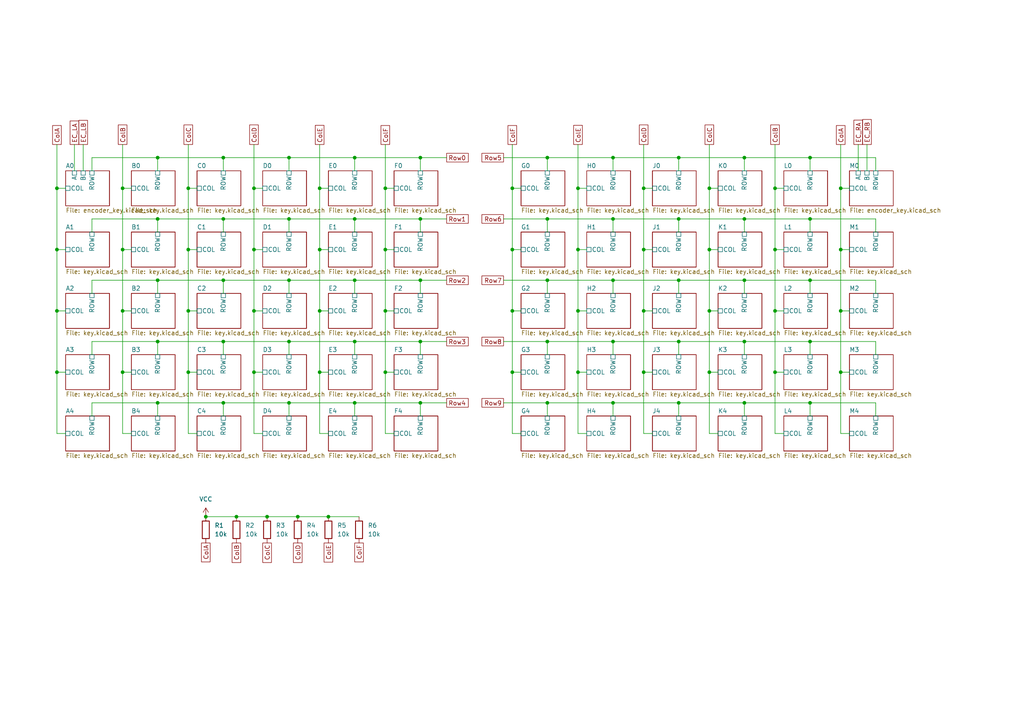
<source format=kicad_sch>
(kicad_sch (version 20211123) (generator eeschema)
  (paper "A4")
  (lib_symbols
    (symbol "Device:R" (pin_numbers hide) (pin_names (offset 0))
      (property "Reference" "R" (at 2.032 0 90))
      (property "Value" "R" (at 0 0 90))
      (symbol "R_0_1"
        (rectangle (start -1.016 -2.54) (end 1.016 2.54) (stroke (width 0.254)))
      )
      (symbol "R_1_1"
        (pin passive line (at 0 3.81 270) (length 1.27) (name "~") (number "1"))
        (pin passive line (at 0 -3.81 90) (length 1.27) (name "~") (number "2"))
      )
    )
    (symbol "power:VCC" (power) (pin_names (offset 0))
      (property "Value" "VCC" (at 0 3.81 0))
      (symbol "VCC_0_1"
        (polyline (pts (xy -0.762 1.27) (xy 0 2.54)))
        (polyline (pts (xy 0 0) (xy 0 2.54)))
        (polyline (pts (xy 0 2.54) (xy 0.762 1.27)))
      )
      (symbol "VCC_1_1"
        (pin power_in line (at 0 0 90) (length 0) hide (name "VCC") (number "1"))
      )
    )
  )
  (junction (at 243.84 54.61))
  (junction (at 224.79 72.39))
  (junction (at 16.51 107.95))
  (junction (at 121.92 99.06))
  (junction (at 54.61 90.17))
  (junction (at 186.69 90.17))
  (junction (at 73.66 54.61))
  (junction (at 54.61 72.39))
  (junction (at 158.75 45.72))
  (junction (at 111.76 72.39))
  (junction (at 92.71 90.17))
  (junction (at 64.77 99.06))
  (junction (at 234.95 116.84))
  (junction (at 167.64 72.39))
  (junction (at 177.8 116.84))
  (junction (at 196.85 45.72))
  (junction (at 243.84 72.39))
  (junction (at 54.61 54.61))
  (junction (at 45.72 116.84))
  (junction (at 167.64 107.95))
  (junction (at 45.72 81.28))
  (junction (at 102.87 45.72))
  (junction (at 148.59 72.39))
  (junction (at 121.92 81.28))
  (junction (at 224.79 90.17))
  (junction (at 158.75 116.84))
  (junction (at 177.8 99.06))
  (junction (at 83.82 63.5))
  (junction (at 92.71 54.61))
  (junction (at 148.59 90.17))
  (junction (at 83.82 45.72))
  (junction (at 224.79 54.61))
  (junction (at 102.87 81.28))
  (junction (at 64.77 81.28))
  (junction (at 45.72 99.06))
  (junction (at 16.51 54.61))
  (junction (at 45.72 45.72))
  (junction (at 234.95 63.5))
  (junction (at 196.85 63.5))
  (junction (at 16.51 90.17))
  (junction (at 73.66 72.39))
  (junction (at 54.61 107.95))
  (junction (at 215.9 99.06))
  (junction (at 186.69 72.39))
  (junction (at 35.56 90.17))
  (junction (at 205.74 54.61))
  (junction (at 102.87 116.84))
  (junction (at 224.79 107.95))
  (junction (at 83.82 116.84))
  (junction (at 215.9 116.84))
  (junction (at 73.66 90.17))
  (junction (at 35.56 107.95))
  (junction (at 102.87 99.06))
  (junction (at 167.64 54.61))
  (junction (at 59.69 149.86))
  (junction (at 86.36 149.86))
  (junction (at 234.95 81.28))
  (junction (at 177.8 81.28))
  (junction (at 92.71 107.95))
  (junction (at 64.77 63.5))
  (junction (at 243.84 90.17))
  (junction (at 121.92 116.84))
  (junction (at 16.51 72.39))
  (junction (at 111.76 54.61))
  (junction (at 64.77 116.84))
  (junction (at 234.95 45.72))
  (junction (at 196.85 81.28))
  (junction (at 243.84 107.95))
  (junction (at 196.85 116.84))
  (junction (at 148.59 107.95))
  (junction (at 45.72 63.5))
  (junction (at 73.66 107.95))
  (junction (at 158.75 63.5))
  (junction (at 35.56 54.61))
  (junction (at 177.8 63.5))
  (junction (at 148.59 54.61))
  (junction (at 205.74 107.95))
  (junction (at 95.25 149.86))
  (junction (at 111.76 90.17))
  (junction (at 205.74 72.39))
  (junction (at 215.9 81.28))
  (junction (at 205.74 90.17))
  (junction (at 215.9 45.72))
  (junction (at 102.87 63.5))
  (junction (at 186.69 54.61))
  (junction (at 83.82 99.06))
  (junction (at 121.92 45.72))
  (junction (at 186.69 107.95))
  (junction (at 177.8 45.72))
  (junction (at 83.82 81.28))
  (junction (at 121.92 63.5))
  (junction (at 68.58 149.86))
  (junction (at 196.85 99.06))
  (junction (at 77.47 149.86))
  (junction (at 64.77 45.72))
  (junction (at 158.75 81.28))
  (junction (at 92.71 72.39))
  (junction (at 234.95 99.06))
  (junction (at 215.9 63.5))
  (junction (at 158.75 99.06))
  (junction (at 35.56 72.39))
  (junction (at 167.64 90.17))
  (junction (at 111.76 107.95))
  (wire (pts (xy 45.72 63.5) (xy 45.72 67.31)))
  (wire (pts (xy 224.79 41.91) (xy 224.79 54.61)))
  (wire (pts (xy 196.85 99.06) (xy 215.9 99.06)))
  (wire (pts (xy 16.51 90.17) (xy 16.51 107.95)))
  (wire (pts (xy 158.75 81.28) (xy 177.8 81.28)))
  (wire (pts (xy 35.56 90.17) (xy 38.1 90.17)))
  (wire (pts (xy 234.95 63.5) (xy 234.95 67.31)))
  (wire (pts (xy 83.82 63.5) (xy 83.82 67.31)))
  (wire (pts (xy 102.87 116.84) (xy 121.92 116.84)))
  (wire (pts (xy 73.66 90.17) (xy 76.2 90.17)))
  (wire (pts (xy 177.8 99.06) (xy 196.85 99.06)))
  (wire (pts (xy 73.66 107.95) (xy 76.2 107.95)))
  (wire (pts (xy 64.77 45.72) (xy 83.82 45.72)))
  (wire (pts (xy 234.95 63.5) (xy 254 63.5)))
  (wire (pts (xy 57.15 54.61) (xy 54.61 54.61)))
  (wire (pts (xy 54.61 107.95) (xy 54.61 125.73)))
  (wire (pts (xy 45.72 116.84) (xy 45.72 120.65)))
  (wire (pts (xy 59.69 149.86) (xy 68.58 149.86)))
  (wire (pts (xy 224.79 90.17) (xy 224.79 107.95)))
  (wire (pts (xy 254 116.84) (xy 254 120.65)))
  (wire (pts (xy 26.67 63.5) (xy 26.67 67.31)))
  (wire (pts (xy 243.84 54.61) (xy 243.84 72.39)))
  (wire (pts (xy 234.95 45.72) (xy 234.95 49.53)))
  (wire (pts (xy 243.84 90.17) (xy 243.84 107.95)))
  (wire (pts (xy 167.64 72.39) (xy 167.64 90.17)))
  (wire (pts (xy 73.66 107.95) (xy 73.66 125.73)))
  (wire (pts (xy 186.69 107.95) (xy 186.69 125.73)))
  (wire (pts (xy 64.77 99.06) (xy 83.82 99.06)))
  (wire (pts (xy 102.87 99.06) (xy 121.92 99.06)))
  (wire (pts (xy 16.51 107.95) (xy 16.51 125.73)))
  (wire (pts (xy 111.76 90.17) (xy 111.76 107.95)))
  (wire (pts (xy 189.23 54.61) (xy 186.69 54.61)))
  (wire (pts (xy 234.95 45.72) (xy 254 45.72)))
  (wire (pts (xy 45.72 45.72) (xy 64.77 45.72)))
  (wire (pts (xy 177.8 63.5) (xy 177.8 67.31)))
  (wire (pts (xy 205.74 90.17) (xy 205.74 107.95)))
  (wire (pts (xy 224.79 90.17) (xy 227.33 90.17)))
  (wire (pts (xy 186.69 107.95) (xy 189.23 107.95)))
  (wire (pts (xy 167.64 125.73) (xy 170.18 125.73)))
  (wire (pts (xy 54.61 90.17) (xy 57.15 90.17)))
  (wire (pts (xy 16.51 54.61) (xy 16.51 72.39)))
  (wire (pts (xy 68.58 149.86) (xy 77.47 149.86)))
  (wire (pts (xy 148.59 107.95) (xy 151.13 107.95)))
  (wire (pts (xy 16.51 125.73) (xy 19.05 125.73)))
  (wire (pts (xy 158.75 45.72) (xy 177.8 45.72)))
  (wire (pts (xy 92.71 41.91) (xy 92.71 54.61)))
  (wire (pts (xy 146.05 81.28) (xy 158.75 81.28)))
  (wire (pts (xy 196.85 45.72) (xy 215.9 45.72)))
  (wire (pts (xy 64.77 116.84) (xy 64.77 120.65)))
  (wire (pts (xy 111.76 54.61) (xy 111.76 72.39)))
  (wire (pts (xy 64.77 99.06) (xy 64.77 102.87)))
  (wire (pts (xy 16.51 90.17) (xy 19.05 90.17)))
  (wire (pts (xy 16.51 107.95) (xy 19.05 107.95)))
  (wire (pts (xy 186.69 54.61) (xy 186.69 72.39)))
  (wire (pts (xy 64.77 81.28) (xy 83.82 81.28)))
  (wire (pts (xy 35.56 107.95) (xy 35.56 125.73)))
  (wire (pts (xy 151.13 54.61) (xy 148.59 54.61)))
  (wire (pts (xy 92.71 90.17) (xy 95.25 90.17)))
  (wire (pts (xy 121.92 116.84) (xy 121.92 120.65)))
  (wire (pts (xy 45.72 81.28) (xy 64.77 81.28)))
  (wire (pts (xy 215.9 45.72) (xy 215.9 49.53)))
  (wire (pts (xy 95.25 54.61) (xy 92.71 54.61)))
  (wire (pts (xy 26.67 99.06) (xy 45.72 99.06)))
  (wire (pts (xy 111.76 72.39) (xy 111.76 90.17)))
  (wire (pts (xy 243.84 72.39) (xy 246.38 72.39)))
  (wire (pts (xy 158.75 116.84) (xy 177.8 116.84)))
  (wire (pts (xy 121.92 63.5) (xy 129.54 63.5)))
  (wire (pts (xy 158.75 63.5) (xy 158.75 67.31)))
  (wire (pts (xy 26.67 45.72) (xy 26.67 49.53)))
  (wire (pts (xy 102.87 116.84) (xy 102.87 120.65)))
  (wire (pts (xy 177.8 116.84) (xy 177.8 120.65)))
  (wire (pts (xy 73.66 41.91) (xy 73.66 54.61)))
  (wire (pts (xy 148.59 41.91) (xy 148.59 54.61)))
  (wire (pts (xy 177.8 99.06) (xy 177.8 102.87)))
  (wire (pts (xy 26.67 63.5) (xy 45.72 63.5)))
  (wire (pts (xy 121.92 45.72) (xy 121.92 49.53)))
  (wire (pts (xy 45.72 81.28) (xy 45.72 85.09)))
  (wire (pts (xy 234.95 81.28) (xy 254 81.28)))
  (wire (pts (xy 111.76 125.73) (xy 114.3 125.73)))
  (wire (pts (xy 148.59 72.39) (xy 148.59 90.17)))
  (wire (pts (xy 254 45.72) (xy 254 49.53)))
  (wire (pts (xy 148.59 90.17) (xy 148.59 107.95)))
  (wire (pts (xy 246.38 54.61) (xy 243.84 54.61)))
  (wire (pts (xy 45.72 116.84) (xy 64.77 116.84)))
  (wire (pts (xy 114.3 54.61) (xy 111.76 54.61)))
  (wire (pts (xy 167.64 54.61) (xy 167.64 72.39)))
  (wire (pts (xy 243.84 90.17) (xy 246.38 90.17)))
  (wire (pts (xy 196.85 81.28) (xy 215.9 81.28)))
  (wire (pts (xy 205.74 41.91) (xy 205.74 54.61)))
  (wire (pts (xy 54.61 72.39) (xy 57.15 72.39)))
  (wire (pts (xy 21.59 41.91) (xy 21.59 49.53)))
  (wire (pts (xy 54.61 72.39) (xy 54.61 90.17)))
  (wire (pts (xy 205.74 72.39) (xy 208.28 72.39)))
  (wire (pts (xy 148.59 90.17) (xy 151.13 90.17)))
  (wire (pts (xy 243.84 72.39) (xy 243.84 90.17)))
  (wire (pts (xy 102.87 81.28) (xy 102.87 85.09)))
  (wire (pts (xy 35.56 72.39) (xy 38.1 72.39)))
  (wire (pts (xy 45.72 45.72) (xy 45.72 49.53)))
  (wire (pts (xy 167.64 107.95) (xy 167.64 125.73)))
  (wire (pts (xy 64.77 63.5) (xy 64.77 67.31)))
  (wire (pts (xy 38.1 54.61) (xy 35.56 54.61)))
  (wire (pts (xy 170.18 54.61) (xy 167.64 54.61)))
  (wire (pts (xy 215.9 99.06) (xy 234.95 99.06)))
  (wire (pts (xy 26.67 45.72) (xy 45.72 45.72)))
  (wire (pts (xy 121.92 81.28) (xy 129.54 81.28)))
  (wire (pts (xy 92.71 107.95) (xy 92.71 125.73)))
  (wire (pts (xy 121.92 99.06) (xy 129.54 99.06)))
  (wire (pts (xy 19.05 54.61) (xy 16.51 54.61)))
  (wire (pts (xy 35.56 90.17) (xy 35.56 107.95)))
  (wire (pts (xy 234.95 81.28) (xy 234.95 85.09)))
  (wire (pts (xy 158.75 99.06) (xy 158.75 102.87)))
  (wire (pts (xy 121.92 99.06) (xy 121.92 102.87)))
  (wire (pts (xy 121.92 116.84) (xy 129.54 116.84)))
  (wire (pts (xy 16.51 72.39) (xy 16.51 90.17)))
  (wire (pts (xy 215.9 81.28) (xy 234.95 81.28)))
  (wire (pts (xy 102.87 45.72) (xy 102.87 49.53)))
  (wire (pts (xy 158.75 81.28) (xy 158.75 85.09)))
  (wire (pts (xy 54.61 90.17) (xy 54.61 107.95)))
  (wire (pts (xy 196.85 116.84) (xy 196.85 120.65)))
  (wire (pts (xy 146.05 45.72) (xy 158.75 45.72)))
  (wire (pts (xy 205.74 90.17) (xy 208.28 90.17)))
  (wire (pts (xy 111.76 72.39) (xy 114.3 72.39)))
  (wire (pts (xy 64.77 116.84) (xy 83.82 116.84)))
  (wire (pts (xy 177.8 116.84) (xy 196.85 116.84)))
  (wire (pts (xy 16.51 72.39) (xy 19.05 72.39)))
  (wire (pts (xy 186.69 72.39) (xy 189.23 72.39)))
  (wire (pts (xy 64.77 63.5) (xy 83.82 63.5)))
  (wire (pts (xy 102.87 45.72) (xy 121.92 45.72)))
  (wire (pts (xy 54.61 54.61) (xy 54.61 72.39)))
  (wire (pts (xy 26.67 99.06) (xy 26.67 102.87)))
  (wire (pts (xy 158.75 63.5) (xy 177.8 63.5)))
  (wire (pts (xy 254 81.28) (xy 254 85.09)))
  (wire (pts (xy 92.71 125.73) (xy 95.25 125.73)))
  (wire (pts (xy 45.72 99.06) (xy 45.72 102.87)))
  (wire (pts (xy 111.76 107.95) (xy 111.76 125.73)))
  (wire (pts (xy 86.36 149.86) (xy 95.25 149.86)))
  (wire (pts (xy 177.8 81.28) (xy 177.8 85.09)))
  (wire (pts (xy 234.95 116.84) (xy 234.95 120.65)))
  (wire (pts (xy 83.82 45.72) (xy 102.87 45.72)))
  (wire (pts (xy 92.71 54.61) (xy 92.71 72.39)))
  (wire (pts (xy 167.64 90.17) (xy 167.64 107.95)))
  (wire (pts (xy 111.76 90.17) (xy 114.3 90.17)))
  (wire (pts (xy 167.64 107.95) (xy 170.18 107.95)))
  (wire (pts (xy 26.67 81.28) (xy 45.72 81.28)))
  (wire (pts (xy 111.76 41.91) (xy 111.76 54.61)))
  (wire (pts (xy 243.84 107.95) (xy 246.38 107.95)))
  (wire (pts (xy 73.66 125.73) (xy 76.2 125.73)))
  (wire (pts (xy 186.69 90.17) (xy 189.23 90.17)))
  (wire (pts (xy 167.64 72.39) (xy 170.18 72.39)))
  (wire (pts (xy 121.92 81.28) (xy 121.92 85.09)))
  (wire (pts (xy 243.84 107.95) (xy 243.84 125.73)))
  (wire (pts (xy 35.56 125.73) (xy 38.1 125.73)))
  (wire (pts (xy 26.67 81.28) (xy 26.67 85.09)))
  (wire (pts (xy 224.79 72.39) (xy 224.79 90.17)))
  (wire (pts (xy 196.85 99.06) (xy 196.85 102.87)))
  (wire (pts (xy 35.56 54.61) (xy 35.56 72.39)))
  (wire (pts (xy 177.8 81.28) (xy 196.85 81.28)))
  (wire (pts (xy 73.66 72.39) (xy 73.66 90.17)))
  (wire (pts (xy 158.75 99.06) (xy 177.8 99.06)))
  (wire (pts (xy 208.28 54.61) (xy 205.74 54.61)))
  (wire (pts (xy 146.05 63.5) (xy 158.75 63.5)))
  (wire (pts (xy 54.61 125.73) (xy 57.15 125.73)))
  (wire (pts (xy 205.74 125.73) (xy 208.28 125.73)))
  (wire (pts (xy 215.9 63.5) (xy 234.95 63.5)))
  (wire (pts (xy 76.2 54.61) (xy 73.66 54.61)))
  (wire (pts (xy 186.69 90.17) (xy 186.69 107.95)))
  (wire (pts (xy 83.82 81.28) (xy 102.87 81.28)))
  (wire (pts (xy 186.69 125.73) (xy 189.23 125.73)))
  (wire (pts (xy 83.82 81.28) (xy 83.82 85.09)))
  (wire (pts (xy 35.56 72.39) (xy 35.56 90.17)))
  (wire (pts (xy 251.46 41.91) (xy 251.46 49.53)))
  (wire (pts (xy 102.87 81.28) (xy 121.92 81.28)))
  (wire (pts (xy 73.66 72.39) (xy 76.2 72.39)))
  (wire (pts (xy 73.66 90.17) (xy 73.66 107.95)))
  (wire (pts (xy 224.79 54.61) (xy 224.79 72.39)))
  (wire (pts (xy 196.85 63.5) (xy 196.85 67.31)))
  (wire (pts (xy 158.75 116.84) (xy 158.75 120.65)))
  (wire (pts (xy 224.79 125.73) (xy 227.33 125.73)))
  (wire (pts (xy 111.76 107.95) (xy 114.3 107.95)))
  (wire (pts (xy 83.82 45.72) (xy 83.82 49.53)))
  (wire (pts (xy 83.82 99.06) (xy 83.82 102.87)))
  (wire (pts (xy 146.05 99.06) (xy 158.75 99.06)))
  (wire (pts (xy 54.61 41.91) (xy 54.61 54.61)))
  (wire (pts (xy 177.8 45.72) (xy 177.8 49.53)))
  (wire (pts (xy 64.77 45.72) (xy 64.77 49.53)))
  (wire (pts (xy 177.8 63.5) (xy 196.85 63.5)))
  (wire (pts (xy 26.67 116.84) (xy 45.72 116.84)))
  (wire (pts (xy 35.56 107.95) (xy 38.1 107.95)))
  (wire (pts (xy 196.85 81.28) (xy 196.85 85.09)))
  (wire (pts (xy 215.9 99.06) (xy 215.9 102.87)))
  (wire (pts (xy 92.71 90.17) (xy 92.71 107.95)))
  (wire (pts (xy 205.74 107.95) (xy 205.74 125.73)))
  (wire (pts (xy 167.64 90.17) (xy 170.18 90.17)))
  (wire (pts (xy 83.82 116.84) (xy 102.87 116.84)))
  (wire (pts (xy 224.79 72.39) (xy 227.33 72.39)))
  (wire (pts (xy 205.74 107.95) (xy 208.28 107.95)))
  (wire (pts (xy 196.85 45.72) (xy 196.85 49.53)))
  (wire (pts (xy 254 63.5) (xy 254 67.31)))
  (wire (pts (xy 148.59 54.61) (xy 148.59 72.39)))
  (wire (pts (xy 95.25 149.86) (xy 104.14 149.86)))
  (wire (pts (xy 77.47 149.86) (xy 86.36 149.86)))
  (wire (pts (xy 215.9 63.5) (xy 215.9 67.31)))
  (wire (pts (xy 158.75 45.72) (xy 158.75 49.53)))
  (wire (pts (xy 45.72 63.5) (xy 64.77 63.5)))
  (wire (pts (xy 167.64 41.91) (xy 167.64 54.61)))
  (wire (pts (xy 24.13 41.91) (xy 24.13 49.53)))
  (wire (pts (xy 16.51 41.91) (xy 16.51 54.61)))
  (wire (pts (xy 186.69 41.91) (xy 186.69 54.61)))
  (wire (pts (xy 243.84 41.91) (xy 243.84 54.61)))
  (wire (pts (xy 215.9 116.84) (xy 215.9 120.65)))
  (wire (pts (xy 234.95 99.06) (xy 234.95 102.87)))
  (wire (pts (xy 205.74 72.39) (xy 205.74 90.17)))
  (wire (pts (xy 248.92 41.91) (xy 248.92 49.53)))
  (wire (pts (xy 196.85 63.5) (xy 215.9 63.5)))
  (wire (pts (xy 186.69 72.39) (xy 186.69 90.17)))
  (wire (pts (xy 234.95 99.06) (xy 254 99.06)))
  (wire (pts (xy 26.67 116.84) (xy 26.67 120.65)))
  (wire (pts (xy 234.95 116.84) (xy 254 116.84)))
  (wire (pts (xy 92.71 72.39) (xy 95.25 72.39)))
  (wire (pts (xy 83.82 63.5) (xy 102.87 63.5)))
  (wire (pts (xy 224.79 107.95) (xy 224.79 125.73)))
  (wire (pts (xy 146.05 116.84) (xy 158.75 116.84)))
  (wire (pts (xy 205.74 54.61) (xy 205.74 72.39)))
  (wire (pts (xy 224.79 107.95) (xy 227.33 107.95)))
  (wire (pts (xy 92.71 107.95) (xy 95.25 107.95)))
  (wire (pts (xy 54.61 107.95) (xy 57.15 107.95)))
  (wire (pts (xy 148.59 107.95) (xy 148.59 125.73)))
  (wire (pts (xy 83.82 99.06) (xy 102.87 99.06)))
  (wire (pts (xy 227.33 54.61) (xy 224.79 54.61)))
  (wire (pts (xy 254 99.06) (xy 254 102.87)))
  (wire (pts (xy 92.71 72.39) (xy 92.71 90.17)))
  (wire (pts (xy 148.59 72.39) (xy 151.13 72.39)))
  (wire (pts (xy 148.59 125.73) (xy 151.13 125.73)))
  (wire (pts (xy 121.92 63.5) (xy 121.92 67.31)))
  (wire (pts (xy 215.9 116.84) (xy 234.95 116.84)))
  (wire (pts (xy 102.87 63.5) (xy 121.92 63.5)))
  (wire (pts (xy 121.92 45.72) (xy 129.54 45.72)))
  (wire (pts (xy 196.85 116.84) (xy 215.9 116.84)))
  (wire (pts (xy 102.87 63.5) (xy 102.87 67.31)))
  (wire (pts (xy 83.82 116.84) (xy 83.82 120.65)))
  (wire (pts (xy 102.87 99.06) (xy 102.87 102.87)))
  (wire (pts (xy 177.8 45.72) (xy 196.85 45.72)))
  (wire (pts (xy 215.9 81.28) (xy 215.9 85.09)))
  (wire (pts (xy 215.9 45.72) (xy 234.95 45.72)))
  (wire (pts (xy 45.72 99.06) (xy 64.77 99.06)))
  (wire (pts (xy 73.66 54.61) (xy 73.66 72.39)))
  (wire (pts (xy 243.84 125.73) (xy 246.38 125.73)))
  (wire (pts (xy 35.56 41.91) (xy 35.56 54.61)))
  (wire (pts (xy 64.77 81.28) (xy 64.77 85.09)))
  (global_label "Row6" (shape passive) (at 146.05 63.5 180) (property "Intersheet References" "${INTERSHEET_REFS}" (effects hide)))
  (global_label "ColD" (shape passive) (at 73.66 41.91 90) (property "Intersheet References" "${INTERSHEET_REFS}" (effects hide)))
  (global_label "Row9" (shape passive) (at 146.05 116.84 180) (property "Intersheet References" "${INTERSHEET_REFS}" (effects hide)))
  (global_label "ColD" (shape passive) (at 86.36 157.48 270) (property "Intersheet References" "${INTERSHEET_REFS}" (effects hide)))
  (global_label "ColD" (shape passive) (at 186.69 41.91 90) (property "Intersheet References" "${INTERSHEET_REFS}" (effects hide)))
  (global_label "EC_RA" (shape passive) (at 248.92 41.91 90) (property "Intersheet References" "${INTERSHEET_REFS}" (effects hide)))
  (global_label "Row0" (shape passive) (at 129.54 45.72 0) (property "Intersheet References" "${INTERSHEET_REFS}" (effects hide)))
  (global_label "ColC" (shape passive) (at 205.74 41.91 90) (property "Intersheet References" "${INTERSHEET_REFS}" (effects hide)))
  (global_label "ColC" (shape passive) (at 77.47 157.48 270) (property "Intersheet References" "${INTERSHEET_REFS}" (effects hide)))
  (global_label "Row1" (shape passive) (at 129.54 63.5 0) (property "Intersheet References" "${INTERSHEET_REFS}" (effects hide)))
  (global_label "ColA" (shape passive) (at 243.84 41.91 90) (property "Intersheet References" "${INTERSHEET_REFS}" (effects hide)))
  (global_label "Row2" (shape passive) (at 129.54 81.28 0) (property "Intersheet References" "${INTERSHEET_REFS}" (effects hide)))
  (global_label "ColE" (shape passive) (at 92.71 41.91 90) (property "Intersheet References" "${INTERSHEET_REFS}" (effects hide)))
  (global_label "Row7" (shape passive) (at 146.05 81.28 180) (property "Intersheet References" "${INTERSHEET_REFS}" (effects hide)))
  (global_label "ColF" (shape passive) (at 104.14 157.48 270) (property "Intersheet References" "${INTERSHEET_REFS}" (effects hide)))
  (global_label "Row4" (shape passive) (at 129.54 116.84 0) (property "Intersheet References" "${INTERSHEET_REFS}" (effects hide)))
  (global_label "ColF" (shape passive) (at 111.76 41.91 90) (property "Intersheet References" "${INTERSHEET_REFS}" (effects hide)))
  (global_label "ColB" (shape passive) (at 35.56 41.91 90) (property "Intersheet References" "${INTERSHEET_REFS}" (effects hide)))
  (global_label "EC_LB" (shape passive) (at 24.13 41.91 90) (property "Intersheet References" "${INTERSHEET_REFS}" (effects hide)))
  (global_label "ColE" (shape passive) (at 95.25 157.48 270) (property "Intersheet References" "${INTERSHEET_REFS}" (effects hide)))
  (global_label "Row3" (shape passive) (at 129.54 99.06 0) (property "Intersheet References" "${INTERSHEET_REFS}" (effects hide)))
  (global_label "ColA" (shape passive) (at 16.51 41.91 90) (property "Intersheet References" "${INTERSHEET_REFS}" (effects hide)))
  (global_label "ColB" (shape passive) (at 224.79 41.91 90) (property "Intersheet References" "${INTERSHEET_REFS}" (effects hide)))
  (global_label "Row8" (shape passive) (at 146.05 99.06 180) (property "Intersheet References" "${INTERSHEET_REFS}" (effects hide)))
  (global_label "ColC" (shape passive) (at 54.61 41.91 90) (property "Intersheet References" "${INTERSHEET_REFS}" (effects hide)))
  (global_label "EC_RB" (shape passive) (at 251.46 41.91 90) (property "Intersheet References" "${INTERSHEET_REFS}" (effects hide)))
  (global_label "ColE" (shape passive) (at 167.64 41.91 90) (property "Intersheet References" "${INTERSHEET_REFS}" (effects hide)))
  (global_label "ColF" (shape passive) (at 148.59 41.91 90) (property "Intersheet References" "${INTERSHEET_REFS}" (effects hide)))
  (global_label "Row5" (shape passive) (at 146.05 45.72 180) (property "Intersheet References" "${INTERSHEET_REFS}" (effects hide)))
  (global_label "ColA" (shape passive) (at 59.69 157.48 270) (property "Intersheet References" "${INTERSHEET_REFS}" (effects hide)))
  (global_label "EC_LA" (shape passive) (at 21.59 41.91 90) (property "Intersheet References" "${INTERSHEET_REFS}" (effects hide)))
  (global_label "ColB" (shape passive) (at 68.58 157.48 270) (property "Intersheet References" "${INTERSHEET_REFS}" (effects hide)))
  (symbol (lib_id "power:VCC") (at 59.69 149.86 0) (unit 1)
    (property "Reference" "#PWR0101" (effects hide))
    (property "Value" "VCC" (at 59.69 144.78 0))
  )
  (symbol (lib_id "Device:R") (at 104.14 153.67 0) (unit 1)
    (property "Reference" "R6" (at 106.68 152.4 0) (effects (justify left)))
    (property "Value" "10k" (at 106.68 154.94 0) (effects (justify left)))
    (property "Footprint" "agausmann:R_Hybrid_SMD_THT" (effects hide))
  )
  (symbol (lib_id "Device:R") (at 95.25 153.67 0) (unit 1)
    (property "Reference" "R5" (at 97.79 152.4 0) (effects (justify left)))
    (property "Value" "10k" (at 97.79 154.94 0) (effects (justify left)))
    (property "Footprint" "agausmann:R_Hybrid_SMD_THT" (effects hide))
  )
  (symbol (lib_id "Device:R") (at 77.47 153.67 0) (unit 1)
    (property "Reference" "R3" (at 80.01 152.4 0) (effects (justify left)))
    (property "Value" "10k" (at 80.01 154.94 0) (effects (justify left)))
    (property "Footprint" "agausmann:R_Hybrid_SMD_THT" (effects hide))
  )
  (symbol (lib_id "Device:R") (at 68.58 153.67 0) (unit 1)
    (property "Reference" "R2" (at 71.12 152.4 0) (effects (justify left)))
    (property "Value" "10k" (at 71.12 154.94 0) (effects (justify left)))
    (property "Footprint" "agausmann:R_Hybrid_SMD_THT" (effects hide))
  )
  (symbol (lib_id "Device:R") (at 59.69 153.67 0) (unit 1)
    (property "Reference" "R1" (at 62.23 152.4 0) (effects (justify left)))
    (property "Value" "10k" (at 62.23 154.94 0) (effects (justify left)))
    (property "Footprint" "agausmann:R_Hybrid_SMD_THT" (effects hide))
  )
  (symbol (lib_id "Device:R") (at 86.36 153.67 0) (unit 1)
    (property "Reference" "R4" (at 88.9 152.4 0) (effects (justify left)))
    (property "Value" "10k" (at 88.9 154.94 0) (effects (justify left)))
    (property "Footprint" "agausmann:R_Hybrid_SMD_THT" (effects hide))
  )
  (sheet (at 95.25 49.53) (size 12.7 10.16) (stroke (width 0.1524))
    (property "Sheet name" "E0" (at 95.25 48.8184 0) (effects (justify left bottom)))
    (property "Sheet file" "key.kicad_sch" (at 95.25 60.2746 0) (effects (justify left top)))
    (pin "COL" passive (at 95.25 54.61 180))
    (pin "ROW" passive (at 102.87 49.53 90))
  )
  (sheet (at 189.23 85.09) (size 12.7 10.16) (stroke (width 0.1524))
    (property "Sheet name" "J2" (at 189.23 84.3784 0) (effects (justify left bottom)))
    (property "Sheet file" "key.kicad_sch" (at 189.23 95.8346 0) (effects (justify left top)))
    (pin "COL" passive (at 189.23 90.17 180))
    (pin "ROW" passive (at 196.85 85.09 90))
  )
  (sheet (at 208.28 102.87) (size 12.7 10.16) (stroke (width 0.1524))
    (property "Sheet name" "K3" (at 208.28 102.1584 0) (effects (justify left bottom)))
    (property "Sheet file" "key.kicad_sch" (at 208.28 113.6146 0) (effects (justify left top)))
    (pin "COL" passive (at 208.28 107.95 180))
    (pin "ROW" passive (at 215.9 102.87 90))
  )
  (sheet (at 246.38 85.09) (size 12.7 10.16) (stroke (width 0.1524))
    (property "Sheet name" "M2" (at 246.38 84.3784 0) (effects (justify left bottom)))
    (property "Sheet file" "key.kicad_sch" (at 246.38 95.8346 0) (effects (justify left top)))
    (pin "COL" passive (at 246.38 90.17 180))
    (pin "ROW" passive (at 254 85.09 90))
  )
  (sheet (at 189.23 120.65) (size 12.7 10.16) (stroke (width 0.1524))
    (property "Sheet name" "J4" (at 189.23 119.9384 0) (effects (justify left bottom)))
    (property "Sheet file" "key.kicad_sch" (at 189.23 131.3946 0) (effects (justify left top)))
    (pin "COL" passive (at 189.23 125.73 180))
    (pin "ROW" passive (at 196.85 120.65 90))
  )
  (sheet (at 227.33 102.87) (size 12.7 10.16) (stroke (width 0.1524))
    (property "Sheet name" "L3" (at 227.33 102.1584 0) (effects (justify left bottom)))
    (property "Sheet file" "key.kicad_sch" (at 227.33 113.6146 0) (effects (justify left top)))
    (pin "COL" passive (at 227.33 107.95 180))
    (pin "ROW" passive (at 234.95 102.87 90))
  )
  (sheet (at 57.15 120.65) (size 12.7 10.16) (stroke (width 0.1524))
    (property "Sheet name" "C4" (at 57.15 119.9384 0) (effects (justify left bottom)))
    (property "Sheet file" "key.kicad_sch" (at 57.15 131.3946 0) (effects (justify left top)))
    (pin "COL" passive (at 57.15 125.73 180))
    (pin "ROW" passive (at 64.77 120.65 90))
  )
  (sheet (at 170.18 102.87) (size 12.7 10.16) (stroke (width 0.1524))
    (property "Sheet name" "H3" (at 170.18 102.1584 0) (effects (justify left bottom)))
    (property "Sheet file" "key.kicad_sch" (at 170.18 113.6146 0) (effects (justify left top)))
    (pin "COL" passive (at 170.18 107.95 180))
    (pin "ROW" passive (at 177.8 102.87 90))
  )
  (sheet (at 57.15 102.87) (size 12.7 10.16) (stroke (width 0.1524))
    (property "Sheet name" "C3" (at 57.15 102.1584 0) (effects (justify left bottom)))
    (property "Sheet file" "key.kicad_sch" (at 57.15 113.6146 0) (effects (justify left top)))
    (pin "COL" passive (at 57.15 107.95 180))
    (pin "ROW" passive (at 64.77 102.87 90))
  )
  (sheet (at 114.3 120.65) (size 12.7 10.16) (stroke (width 0.1524))
    (property "Sheet name" "F4" (at 114.3 119.9384 0) (effects (justify left bottom)))
    (property "Sheet file" "key.kicad_sch" (at 114.3 131.3946 0) (effects (justify left top)))
    (pin "COL" passive (at 114.3 125.73 180))
    (pin "ROW" passive (at 121.92 120.65 90))
  )
  (sheet (at 76.2 85.09) (size 12.7 10.16) (stroke (width 0.1524))
    (property "Sheet name" "D2" (at 76.2 84.3784 0) (effects (justify left bottom)))
    (property "Sheet file" "key.kicad_sch" (at 76.2 95.8346 0) (effects (justify left top)))
    (pin "COL" passive (at 76.2 90.17 180))
    (pin "ROW" passive (at 83.82 85.09 90))
  )
  (sheet (at 208.28 120.65) (size 12.7 10.16) (stroke (width 0.1524))
    (property "Sheet name" "K4" (at 208.28 119.9384 0) (effects (justify left bottom)))
    (property "Sheet file" "key.kicad_sch" (at 208.28 131.3946 0) (effects (justify left top)))
    (pin "COL" passive (at 208.28 125.73 180))
    (pin "ROW" passive (at 215.9 120.65 90))
  )
  (sheet (at 95.25 120.65) (size 12.7 10.16) (stroke (width 0.1524))
    (property "Sheet name" "E4" (at 95.25 119.9384 0) (effects (justify left bottom)))
    (property "Sheet file" "key.kicad_sch" (at 95.25 131.3946 0) (effects (justify left top)))
    (pin "COL" passive (at 95.25 125.73 180))
    (pin "ROW" passive (at 102.87 120.65 90))
  )
  (sheet (at 189.23 102.87) (size 12.7 10.16) (stroke (width 0.1524))
    (property "Sheet name" "J3" (at 189.23 102.1584 0) (effects (justify left bottom)))
    (property "Sheet file" "key.kicad_sch" (at 189.23 113.6146 0) (effects (justify left top)))
    (pin "COL" passive (at 189.23 107.95 180))
    (pin "ROW" passive (at 196.85 102.87 90))
  )
  (sheet (at 151.13 67.31) (size 12.7 10.16) (stroke (width 0.1524))
    (property "Sheet name" "G1" (at 151.13 66.5984 0) (effects (justify left bottom)))
    (property "Sheet file" "key.kicad_sch" (at 151.13 78.0546 0) (effects (justify left top)))
    (pin "COL" passive (at 151.13 72.39 180))
    (pin "ROW" passive (at 158.75 67.31 90))
  )
  (sheet (at 114.3 102.87) (size 12.7 10.16) (stroke (width 0.1524))
    (property "Sheet name" "F3" (at 114.3 102.1584 0) (effects (justify left bottom)))
    (property "Sheet file" "key.kicad_sch" (at 114.3 113.6146 0) (effects (justify left top)))
    (pin "COL" passive (at 114.3 107.95 180))
    (pin "ROW" passive (at 121.92 102.87 90))
  )
  (sheet (at 38.1 85.09) (size 12.7 10.16) (stroke (width 0.1524))
    (property "Sheet name" "B2" (at 38.1 84.3784 0) (effects (justify left bottom)))
    (property "Sheet file" "key.kicad_sch" (at 38.1 95.8346 0) (effects (justify left top)))
    (pin "COL" passive (at 38.1 90.17 180))
    (pin "ROW" passive (at 45.72 85.09 90))
  )
  (sheet (at 57.15 67.31) (size 12.7 10.16) (stroke (width 0.1524))
    (property "Sheet name" "C1" (at 57.15 66.5984 0) (effects (justify left bottom)))
    (property "Sheet file" "key.kicad_sch" (at 57.15 78.0546 0) (effects (justify left top)))
    (pin "COL" passive (at 57.15 72.39 180))
    (pin "ROW" passive (at 64.77 67.31 90))
  )
  (sheet (at 57.15 49.53) (size 12.7 10.16) (stroke (width 0.1524))
    (property "Sheet name" "C0" (at 57.15 48.8184 0) (effects (justify left bottom)))
    (property "Sheet file" "key.kicad_sch" (at 57.15 60.2746 0) (effects (justify left top)))
    (pin "COL" passive (at 57.15 54.61 180))
    (pin "ROW" passive (at 64.77 49.53 90))
  )
  (sheet (at 151.13 102.87) (size 12.7 10.16) (stroke (width 0.1524))
    (property "Sheet name" "G3" (at 151.13 102.1584 0) (effects (justify left bottom)))
    (property "Sheet file" "key.kicad_sch" (at 151.13 113.6146 0) (effects (justify left top)))
    (pin "COL" passive (at 151.13 107.95 180))
    (pin "ROW" passive (at 158.75 102.87 90))
  )
  (sheet (at 151.13 120.65) (size 12.7 10.16) (stroke (width 0.1524))
    (property "Sheet name" "G4" (at 151.13 119.9384 0) (effects (justify left bottom)))
    (property "Sheet file" "key.kicad_sch" (at 151.13 131.3946 0) (effects (justify left top)))
    (pin "COL" passive (at 151.13 125.73 180))
    (pin "ROW" passive (at 158.75 120.65 90))
  )
  (sheet (at 19.05 120.65) (size 12.7 10.16) (stroke (width 0.1524))
    (property "Sheet name" "A4" (at 19.05 119.9384 0) (effects (justify left bottom)))
    (property "Sheet file" "key.kicad_sch" (at 19.05 131.3946 0) (effects (justify left top)))
    (pin "COL" passive (at 19.05 125.73 180))
    (pin "ROW" passive (at 26.67 120.65 90))
  )
  (sheet (at 227.33 120.65) (size 12.7 10.16) (stroke (width 0.1524))
    (property "Sheet name" "L4" (at 227.33 119.9384 0) (effects (justify left bottom)))
    (property "Sheet file" "key.kicad_sch" (at 227.33 131.3946 0) (effects (justify left top)))
    (pin "COL" passive (at 227.33 125.73 180))
    (pin "ROW" passive (at 234.95 120.65 90))
  )
  (sheet (at 246.38 49.53) (size 12.7 10.16) (stroke (width 0.1524))
    (property "Sheet name" "M0" (at 246.38 48.8184 0) (effects (justify left bottom)))
    (property "Sheet file" "encoder_key.kicad_sch" (at 246.38 60.2746 0) (effects (justify left top)))
    (pin "ROW" passive (at 254 49.53 90))
    (pin "COL" passive (at 246.38 54.61 180))
    (pin "A" passive (at 248.92 49.53 90))
    (pin "B" passive (at 251.46 49.53 90))
  )
  (sheet (at 170.18 67.31) (size 12.7 10.16) (stroke (width 0.1524))
    (property "Sheet name" "H1" (at 170.18 66.5984 0) (effects (justify left bottom)))
    (property "Sheet file" "key.kicad_sch" (at 170.18 78.0546 0) (effects (justify left top)))
    (pin "COL" passive (at 170.18 72.39 180))
    (pin "ROW" passive (at 177.8 67.31 90))
  )
  (sheet (at 151.13 85.09) (size 12.7 10.16) (stroke (width 0.1524))
    (property "Sheet name" "G2" (at 151.13 84.3784 0) (effects (justify left bottom)))
    (property "Sheet file" "key.kicad_sch" (at 151.13 95.8346 0) (effects (justify left top)))
    (pin "COL" passive (at 151.13 90.17 180))
    (pin "ROW" passive (at 158.75 85.09 90))
  )
  (sheet (at 76.2 67.31) (size 12.7 10.16) (stroke (width 0.1524))
    (property "Sheet name" "D1" (at 76.2 66.5984 0) (effects (justify left bottom)))
    (property "Sheet file" "key.kicad_sch" (at 76.2 78.0546 0) (effects (justify left top)))
    (pin "COL" passive (at 76.2 72.39 180))
    (pin "ROW" passive (at 83.82 67.31 90))
  )
  (sheet (at 114.3 67.31) (size 12.7 10.16) (stroke (width 0.1524))
    (property "Sheet name" "F1" (at 114.3 66.5984 0) (effects (justify left bottom)))
    (property "Sheet file" "key.kicad_sch" (at 114.3 78.0546 0) (effects (justify left top)))
    (pin "COL" passive (at 114.3 72.39 180))
    (pin "ROW" passive (at 121.92 67.31 90))
  )
  (sheet (at 19.05 85.09) (size 12.7 10.16) (stroke (width 0.1524))
    (property "Sheet name" "A2" (at 19.05 84.3784 0) (effects (justify left bottom)))
    (property "Sheet file" "key.kicad_sch" (at 19.05 95.8346 0) (effects (justify left top)))
    (pin "COL" passive (at 19.05 90.17 180))
    (pin "ROW" passive (at 26.67 85.09 90))
  )
  (sheet (at 38.1 120.65) (size 12.7 10.16) (stroke (width 0.1524))
    (property "Sheet name" "B4" (at 38.1 119.9384 0) (effects (justify left bottom)))
    (property "Sheet file" "key.kicad_sch" (at 38.1 131.3946 0) (effects (justify left top)))
    (pin "COL" passive (at 38.1 125.73 180))
    (pin "ROW" passive (at 45.72 120.65 90))
  )
  (sheet (at 38.1 102.87) (size 12.7 10.16) (stroke (width 0.1524))
    (property "Sheet name" "B3" (at 38.1 102.1584 0) (effects (justify left bottom)))
    (property "Sheet file" "key.kicad_sch" (at 38.1 113.6146 0) (effects (justify left top)))
    (pin "COL" passive (at 38.1 107.95 180))
    (pin "ROW" passive (at 45.72 102.87 90))
  )
  (sheet (at 38.1 49.53) (size 12.7 10.16) (stroke (width 0.1524))
    (property "Sheet name" "B0" (at 38.1 48.8184 0) (effects (justify left bottom)))
    (property "Sheet file" "key.kicad_sch" (at 38.1 60.2746 0) (effects (justify left top)))
    (pin "COL" passive (at 38.1 54.61 180))
    (pin "ROW" passive (at 45.72 49.53 90))
  )
  (sheet (at 246.38 67.31) (size 12.7 10.16) (stroke (width 0.1524))
    (property "Sheet name" "M1" (at 246.38 66.5984 0) (effects (justify left bottom)))
    (property "Sheet file" "key.kicad_sch" (at 246.38 78.0546 0) (effects (justify left top)))
    (pin "COL" passive (at 246.38 72.39 180))
    (pin "ROW" passive (at 254 67.31 90))
  )
  (sheet (at 227.33 49.53) (size 12.7 10.16) (stroke (width 0.1524))
    (property "Sheet name" "L0" (at 227.33 48.8184 0) (effects (justify left bottom)))
    (property "Sheet file" "key.kicad_sch" (at 227.33 60.2746 0) (effects (justify left top)))
    (pin "COL" passive (at 227.33 54.61 180))
    (pin "ROW" passive (at 234.95 49.53 90))
  )
  (sheet (at 246.38 102.87) (size 12.7 10.16) (stroke (width 0.1524))
    (property "Sheet name" "M3" (at 246.38 102.1584 0) (effects (justify left bottom)))
    (property "Sheet file" "key.kicad_sch" (at 246.38 113.6146 0) (effects (justify left top)))
    (pin "COL" passive (at 246.38 107.95 180))
    (pin "ROW" passive (at 254 102.87 90))
  )
  (sheet (at 227.33 67.31) (size 12.7 10.16) (stroke (width 0.1524))
    (property "Sheet name" "L1" (at 227.33 66.5984 0) (effects (justify left bottom)))
    (property "Sheet file" "key.kicad_sch" (at 227.33 78.0546 0) (effects (justify left top)))
    (pin "COL" passive (at 227.33 72.39 180))
    (pin "ROW" passive (at 234.95 67.31 90))
  )
  (sheet (at 76.2 102.87) (size 12.7 10.16) (stroke (width 0.1524))
    (property "Sheet name" "D3" (at 76.2 102.1584 0) (effects (justify left bottom)))
    (property "Sheet file" "key.kicad_sch" (at 76.2 113.6146 0) (effects (justify left top)))
    (pin "COL" passive (at 76.2 107.95 180))
    (pin "ROW" passive (at 83.82 102.87 90))
  )
  (sheet (at 246.38 120.65) (size 12.7 10.16) (stroke (width 0.1524))
    (property "Sheet name" "M4" (at 246.38 119.9384 0) (effects (justify left bottom)))
    (property "Sheet file" "key.kicad_sch" (at 246.38 131.3946 0) (effects (justify left top)))
    (pin "COL" passive (at 246.38 125.73 180))
    (pin "ROW" passive (at 254 120.65 90))
  )
  (sheet (at 76.2 120.65) (size 12.7 10.16) (stroke (width 0.1524))
    (property "Sheet name" "D4" (at 76.2 119.9384 0) (effects (justify left bottom)))
    (property "Sheet file" "key.kicad_sch" (at 76.2 131.3946 0) (effects (justify left top)))
    (pin "COL" passive (at 76.2 125.73 180))
    (pin "ROW" passive (at 83.82 120.65 90))
  )
  (sheet (at 208.28 67.31) (size 12.7 10.16) (stroke (width 0.1524))
    (property "Sheet name" "K1" (at 208.28 66.5984 0) (effects (justify left bottom)))
    (property "Sheet file" "key.kicad_sch" (at 208.28 78.0546 0) (effects (justify left top)))
    (pin "COL" passive (at 208.28 72.39 180))
    (pin "ROW" passive (at 215.9 67.31 90))
  )
  (sheet (at 76.2 49.53) (size 12.7 10.16) (stroke (width 0.1524))
    (property "Sheet name" "D0" (at 76.2 48.8184 0) (effects (justify left bottom)))
    (property "Sheet file" "key.kicad_sch" (at 76.2 60.2746 0) (effects (justify left top)))
    (pin "COL" passive (at 76.2 54.61 180))
    (pin "ROW" passive (at 83.82 49.53 90))
  )
  (sheet (at 95.25 102.87) (size 12.7 10.16) (stroke (width 0.1524))
    (property "Sheet name" "E3" (at 95.25 102.1584 0) (effects (justify left bottom)))
    (property "Sheet file" "key.kicad_sch" (at 95.25 113.6146 0) (effects (justify left top)))
    (pin "COL" passive (at 95.25 107.95 180))
    (pin "ROW" passive (at 102.87 102.87 90))
  )
  (sheet (at 170.18 120.65) (size 12.7 10.16) (stroke (width 0.1524))
    (property "Sheet name" "H4" (at 170.18 119.9384 0) (effects (justify left bottom)))
    (property "Sheet file" "key.kicad_sch" (at 170.18 131.3946 0) (effects (justify left top)))
    (pin "COL" passive (at 170.18 125.73 180))
    (pin "ROW" passive (at 177.8 120.65 90))
  )
  (sheet (at 38.1 67.31) (size 12.7 10.16) (stroke (width 0.1524))
    (property "Sheet name" "B1" (at 38.1 66.5984 0) (effects (justify left bottom)))
    (property "Sheet file" "key.kicad_sch" (at 38.1 78.0546 0) (effects (justify left top)))
    (pin "COL" passive (at 38.1 72.39 180))
    (pin "ROW" passive (at 45.72 67.31 90))
  )
  (sheet (at 95.25 67.31) (size 12.7 10.16) (stroke (width 0.1524))
    (property "Sheet name" "E1" (at 95.25 66.5984 0) (effects (justify left bottom)))
    (property "Sheet file" "key.kicad_sch" (at 95.25 78.0546 0) (effects (justify left top)))
    (pin "COL" passive (at 95.25 72.39 180))
    (pin "ROW" passive (at 102.87 67.31 90))
  )
  (sheet (at 227.33 85.09) (size 12.7 10.16) (stroke (width 0.1524))
    (property "Sheet name" "L2" (at 227.33 84.3784 0) (effects (justify left bottom)))
    (property "Sheet file" "key.kicad_sch" (at 227.33 95.8346 0) (effects (justify left top)))
    (pin "COL" passive (at 227.33 90.17 180))
    (pin "ROW" passive (at 234.95 85.09 90))
  )
  (sheet (at 19.05 49.53) (size 12.7 10.16) (stroke (width 0.1524))
    (property "Sheet name" "A0" (at 19.05 48.8184 0) (effects (justify left bottom)))
    (property "Sheet file" "encoder_key.kicad_sch" (at 19.05 60.2746 0) (effects (justify left top)))
    (pin "ROW" passive (at 26.67 49.53 90))
    (pin "COL" passive (at 19.05 54.61 180))
    (pin "A" passive (at 21.59 49.53 90))
    (pin "B" passive (at 24.13 49.53 90))
  )
  (sheet (at 189.23 49.53) (size 12.7 10.16) (stroke (width 0.1524))
    (property "Sheet name" "J0" (at 189.23 48.8184 0) (effects (justify left bottom)))
    (property "Sheet file" "key.kicad_sch" (at 189.23 60.2746 0) (effects (justify left top)))
    (pin "COL" passive (at 189.23 54.61 180))
    (pin "ROW" passive (at 196.85 49.53 90))
  )
  (sheet (at 114.3 85.09) (size 12.7 10.16) (stroke (width 0.1524))
    (property "Sheet name" "F2" (at 114.3 84.3784 0) (effects (justify left bottom)))
    (property "Sheet file" "key.kicad_sch" (at 114.3 95.8346 0) (effects (justify left top)))
    (pin "COL" passive (at 114.3 90.17 180))
    (pin "ROW" passive (at 121.92 85.09 90))
  )
  (sheet (at 208.28 85.09) (size 12.7 10.16) (stroke (width 0.1524))
    (property "Sheet name" "K2" (at 208.28 84.3784 0) (effects (justify left bottom)))
    (property "Sheet file" "key.kicad_sch" (at 208.28 95.8346 0) (effects (justify left top)))
    (pin "COL" passive (at 208.28 90.17 180))
    (pin "ROW" passive (at 215.9 85.09 90))
  )
  (sheet (at 114.3 49.53) (size 12.7 10.16) (stroke (width 0.1524))
    (property "Sheet name" "F0" (at 114.3 48.8184 0) (effects (justify left bottom)))
    (property "Sheet file" "key.kicad_sch" (at 114.3 60.2746 0) (effects (justify left top)))
    (pin "COL" passive (at 114.3 54.61 180))
    (pin "ROW" passive (at 121.92 49.53 90))
  )
  (sheet (at 95.25 85.09) (size 12.7 10.16) (stroke (width 0.1524))
    (property "Sheet name" "E2" (at 95.25 84.3784 0) (effects (justify left bottom)))
    (property "Sheet file" "key.kicad_sch" (at 95.25 95.8346 0) (effects (justify left top)))
    (pin "COL" passive (at 95.25 90.17 180))
    (pin "ROW" passive (at 102.87 85.09 90))
  )
  (sheet (at 170.18 85.09) (size 12.7 10.16) (stroke (width 0.1524))
    (property "Sheet name" "H2" (at 170.18 84.3784 0) (effects (justify left bottom)))
    (property "Sheet file" "key.kicad_sch" (at 170.18 95.8346 0) (effects (justify left top)))
    (pin "COL" passive (at 170.18 90.17 180))
    (pin "ROW" passive (at 177.8 85.09 90))
  )
  (sheet (at 208.28 49.53) (size 12.7 10.16) (stroke (width 0.1524))
    (property "Sheet name" "K0" (at 208.28 48.8184 0) (effects (justify left bottom)))
    (property "Sheet file" "key.kicad_sch" (at 208.28 60.2746 0) (effects (justify left top)))
    (pin "COL" passive (at 208.28 54.61 180))
    (pin "ROW" passive (at 215.9 49.53 90))
  )
  (sheet (at 19.05 67.31) (size 12.7 10.16) (stroke (width 0.1524))
    (property "Sheet name" "A1" (at 19.05 66.5984 0) (effects (justify left bottom)))
    (property "Sheet file" "key.kicad_sch" (at 19.05 78.0546 0) (effects (justify left top)))
    (pin "COL" passive (at 19.05 72.39 180))
    (pin "ROW" passive (at 26.67 67.31 90))
  )
  (sheet (at 19.05 102.87) (size 12.7 10.16) (stroke (width 0.1524))
    (property "Sheet name" "A3" (at 19.05 102.1584 0) (effects (justify left bottom)))
    (property "Sheet file" "key.kicad_sch" (at 19.05 113.6146 0) (effects (justify left top)))
    (pin "COL" passive (at 19.05 107.95 180))
    (pin "ROW" passive (at 26.67 102.87 90))
  )
  (sheet (at 151.13 49.53) (size 12.7 10.16) (stroke (width 0.1524))
    (property "Sheet name" "G0" (at 151.13 48.8184 0) (effects (justify left bottom)))
    (property "Sheet file" "key.kicad_sch" (at 151.13 60.2746 0) (effects (justify left top)))
    (pin "COL" passive (at 151.13 54.61 180))
    (pin "ROW" passive (at 158.75 49.53 90))
  )
  (sheet (at 170.18 49.53) (size 12.7 10.16) (stroke (width 0.1524))
    (property "Sheet name" "H0" (at 170.18 48.8184 0) (effects (justify left bottom)))
    (property "Sheet file" "key.kicad_sch" (at 170.18 60.2746 0) (effects (justify left top)))
    (pin "COL" passive (at 170.18 54.61 180))
    (pin "ROW" passive (at 177.8 49.53 90))
  )
  (sheet (at 57.15 85.09) (size 12.7 10.16) (stroke (width 0.1524))
    (property "Sheet name" "C2" (at 57.15 84.3784 0) (effects (justify left bottom)))
    (property "Sheet file" "key.kicad_sch" (at 57.15 95.8346 0) (effects (justify left top)))
    (pin "COL" passive (at 57.15 90.17 180))
    (pin "ROW" passive (at 64.77 85.09 90))
  )
  (sheet (at 189.23 67.31) (size 12.7 10.16) (stroke (width 0.1524))
    (property "Sheet name" "J1" (at 189.23 66.5984 0) (effects (justify left bottom)))
    (property "Sheet file" "key.kicad_sch" (at 189.23 78.0546 0) (effects (justify left top)))
    (pin "COL" passive (at 189.23 72.39 180))
    (pin "ROW" passive (at 196.85 67.31 90))
  )
)
</source>
